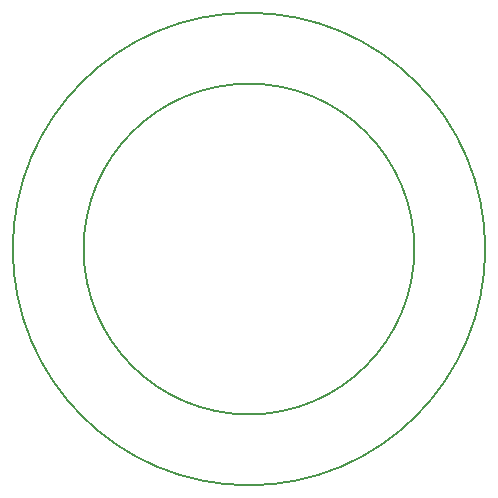
<source format=gko>
G04 #@! TF.FileFunction,Profile,NP*
%FSLAX46Y46*%
G04 Gerber Fmt 4.6, Leading zero omitted, Abs format (unit mm)*
G04 Created by KiCad (PCBNEW 4.0.6) date 04/23/19 17:34:01*
%MOMM*%
%LPD*%
G01*
G04 APERTURE LIST*
%ADD10C,0.100000*%
%ADD11C,0.150000*%
G04 APERTURE END LIST*
D10*
D11*
X181000000Y-87000000D02*
G75*
G03X181000000Y-87000000I-14000000J0D01*
G01*
X187000000Y-87000000D02*
G75*
G03X187000000Y-87000000I-20000000J0D01*
G01*
M02*

</source>
